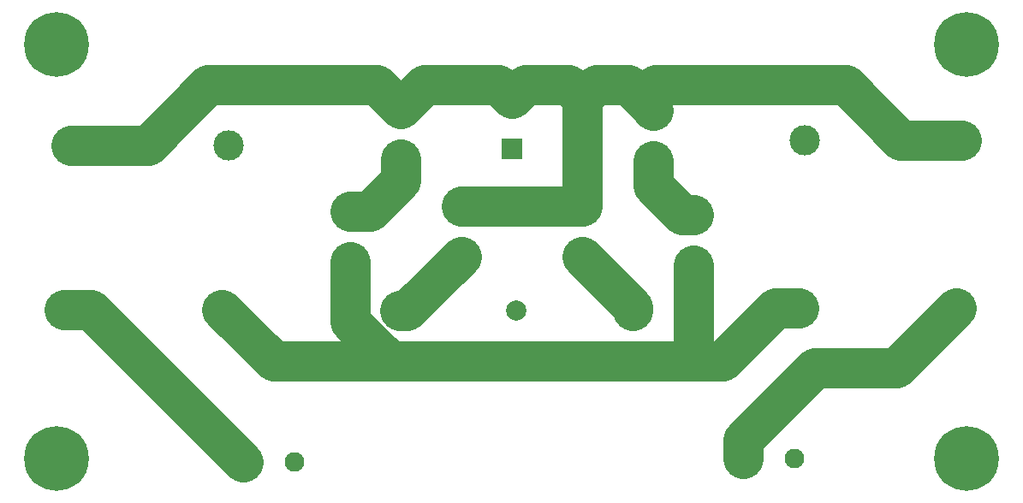
<source format=gtl>
G04 #@! TF.GenerationSoftware,KiCad,Pcbnew,7.0.1*
G04 #@! TF.CreationDate,2023-07-21T17:07:25+02:00*
G04 #@! TF.ProjectId,K_PSU_filter,4b5f5053-555f-4666-996c-7465722e6b69,rev?*
G04 #@! TF.SameCoordinates,Original*
G04 #@! TF.FileFunction,Copper,L1,Top*
G04 #@! TF.FilePolarity,Positive*
%FSLAX46Y46*%
G04 Gerber Fmt 4.6, Leading zero omitted, Abs format (unit mm)*
G04 Created by KiCad (PCBNEW 7.0.1) date 2023-07-21 17:07:25*
%MOMM*%
%LPD*%
G01*
G04 APERTURE LIST*
G04 #@! TA.AperFunction,ComponentPad*
%ADD10R,2.000000X2.000000*%
G04 #@! TD*
G04 #@! TA.AperFunction,ComponentPad*
%ADD11C,2.000000*%
G04 #@! TD*
G04 #@! TA.AperFunction,ComponentPad*
%ADD12C,3.000000*%
G04 #@! TD*
G04 #@! TA.AperFunction,ComponentPad*
%ADD13R,1.950000X1.950000*%
G04 #@! TD*
G04 #@! TA.AperFunction,ComponentPad*
%ADD14C,1.950000*%
G04 #@! TD*
G04 #@! TA.AperFunction,ComponentPad*
%ADD15C,6.400000*%
G04 #@! TD*
G04 #@! TA.AperFunction,Conductor*
%ADD16C,4.000000*%
G04 #@! TD*
G04 APERTURE END LIST*
D10*
X154000000Y-50367677D03*
D11*
X154000000Y-45367677D03*
D10*
X154450000Y-71367677D03*
D11*
X154450000Y-66367677D03*
D12*
X109760478Y-66239522D03*
X125316827Y-66239522D03*
D10*
X168000000Y-51500000D03*
D11*
X168000000Y-46500000D03*
D13*
X176920000Y-81000000D03*
D14*
X182000000Y-81000000D03*
D12*
X182380239Y-66119761D03*
X197936588Y-66119761D03*
D15*
X109000000Y-40000000D03*
X199000000Y-81000000D03*
D10*
X142900000Y-71367677D03*
D11*
X142900000Y-66367677D03*
D10*
X172000000Y-61867677D03*
D11*
X172000000Y-56867677D03*
D10*
X138000000Y-61500000D03*
D11*
X138000000Y-56500000D03*
D10*
X143000000Y-51367677D03*
D11*
X143000000Y-46367677D03*
D10*
X149000000Y-61000000D03*
D11*
X149000000Y-56000000D03*
D12*
X126000000Y-50000000D03*
X110443651Y-50000000D03*
D10*
X166000000Y-71367677D03*
D11*
X166000000Y-66367677D03*
D13*
X127460000Y-81300000D03*
D14*
X132540000Y-81300000D03*
D15*
X109000000Y-81000000D03*
D10*
X161000000Y-61000000D03*
D11*
X161000000Y-56000000D03*
D12*
X198500000Y-49500000D03*
X182943651Y-49500000D03*
D15*
X199000000Y-40000000D03*
D16*
X130444982Y-71367677D02*
X125316827Y-66239522D01*
X138000000Y-67407374D02*
X138000000Y-61500000D01*
X154450000Y-71367677D02*
X142900000Y-71367677D01*
X180128155Y-66119761D02*
X182380239Y-66119761D01*
X141960303Y-71367677D02*
X138000000Y-67407374D01*
X174880239Y-71367677D02*
X180128155Y-66119761D01*
X142900000Y-71367677D02*
X141960303Y-71367677D01*
X166000000Y-71367677D02*
X154450000Y-71367677D01*
X171000000Y-71367677D02*
X172000000Y-70367677D01*
X171000000Y-71367677D02*
X174880239Y-71367677D01*
X172000000Y-70367677D02*
X172000000Y-61867677D01*
X142900000Y-71367677D02*
X130444982Y-71367677D01*
X166000000Y-71367677D02*
X171000000Y-71367677D01*
X124000000Y-44000000D02*
X118000000Y-50000000D01*
X161000000Y-56000000D02*
X161000000Y-45367677D01*
X166867677Y-45367677D02*
X168235354Y-44000000D01*
X118000000Y-50000000D02*
X110443651Y-50000000D01*
X154000000Y-45367677D02*
X152632323Y-44000000D01*
X140632323Y-44000000D02*
X124000000Y-44000000D01*
X155367677Y-44000000D02*
X159632323Y-44000000D01*
X161000000Y-45367677D02*
X162367677Y-44000000D01*
X152632323Y-44000000D02*
X145367677Y-44000000D01*
X166867677Y-45367677D02*
X168000000Y-46500000D01*
X154000000Y-45367677D02*
X155367677Y-44000000D01*
X192500000Y-49500000D02*
X198500000Y-49500000D01*
X149000000Y-56000000D02*
X161000000Y-56000000D01*
X143000000Y-46367677D02*
X140632323Y-44000000D01*
X168235354Y-44000000D02*
X187000000Y-44000000D01*
X162367677Y-44000000D02*
X165500000Y-44000000D01*
X159632323Y-44000000D02*
X161000000Y-45367677D01*
X187000000Y-44000000D02*
X192500000Y-49500000D01*
X145367677Y-44000000D02*
X143000000Y-46367677D01*
X165500000Y-44000000D02*
X166867677Y-45367677D01*
X140000000Y-56500000D02*
X143000000Y-53500000D01*
X143000000Y-53500000D02*
X143000000Y-51367677D01*
X138000000Y-56500000D02*
X140000000Y-56500000D01*
X143632323Y-66367677D02*
X149000000Y-61000000D01*
X142900000Y-66367677D02*
X143632323Y-66367677D01*
X166000000Y-66000000D02*
X161000000Y-61000000D01*
X166000000Y-66367677D02*
X166000000Y-66000000D01*
X168000000Y-54000000D02*
X168000000Y-51500000D01*
X172000000Y-56867677D02*
X170867677Y-56867677D01*
X170867677Y-56867677D02*
X168000000Y-54000000D01*
X109760478Y-66239522D02*
X112399522Y-66239522D01*
X112399522Y-66239522D02*
X127460000Y-81300000D01*
X176920000Y-81000000D02*
X176920000Y-79080000D01*
X192056349Y-72000000D02*
X197936588Y-66119761D01*
X176920000Y-79080000D02*
X184000000Y-72000000D01*
X184000000Y-72000000D02*
X192056349Y-72000000D01*
M02*

</source>
